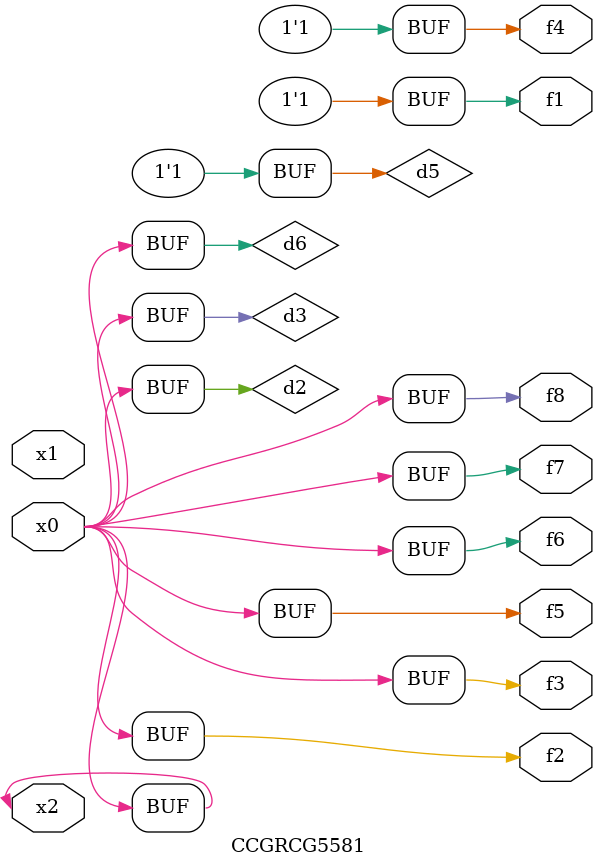
<source format=v>
module CCGRCG5581(
	input x0, x1, x2,
	output f1, f2, f3, f4, f5, f6, f7, f8
);

	wire d1, d2, d3, d4, d5, d6;

	xnor (d1, x2);
	buf (d2, x0, x2);
	and (d3, x0);
	xnor (d4, x1, x2);
	nand (d5, d1, d3);
	buf (d6, d2, d3);
	assign f1 = d5;
	assign f2 = d6;
	assign f3 = d6;
	assign f4 = d5;
	assign f5 = d6;
	assign f6 = d6;
	assign f7 = d6;
	assign f8 = d6;
endmodule

</source>
